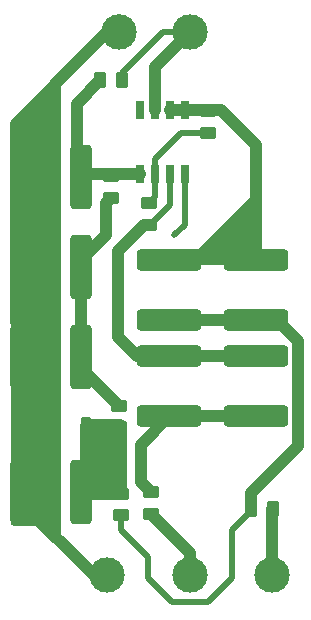
<source format=gbr>
%TF.GenerationSoftware,KiCad,Pcbnew,8.0.6*%
%TF.CreationDate,2024-11-12T22:00:55+00:00*%
%TF.ProjectId,AliceMini,416c6963-654d-4696-9e69-2e6b69636164,rev?*%
%TF.SameCoordinates,Original*%
%TF.FileFunction,Copper,L1,Top*%
%TF.FilePolarity,Positive*%
%FSLAX46Y46*%
G04 Gerber Fmt 4.6, Leading zero omitted, Abs format (unit mm)*
G04 Created by KiCad (PCBNEW 8.0.6) date 2024-11-12 22:00:55*
%MOMM*%
%LPD*%
G01*
G04 APERTURE LIST*
G04 Aperture macros list*
%AMRoundRect*
0 Rectangle with rounded corners*
0 $1 Rounding radius*
0 $2 $3 $4 $5 $6 $7 $8 $9 X,Y pos of 4 corners*
0 Add a 4 corners polygon primitive as box body*
4,1,4,$2,$3,$4,$5,$6,$7,$8,$9,$2,$3,0*
0 Add four circle primitives for the rounded corners*
1,1,$1+$1,$2,$3*
1,1,$1+$1,$4,$5*
1,1,$1+$1,$6,$7*
1,1,$1+$1,$8,$9*
0 Add four rect primitives between the rounded corners*
20,1,$1+$1,$2,$3,$4,$5,0*
20,1,$1+$1,$4,$5,$6,$7,0*
20,1,$1+$1,$6,$7,$8,$9,0*
20,1,$1+$1,$8,$9,$2,$3,0*%
G04 Aperture macros list end*
%TA.AperFunction,SMDPad,CuDef*%
%ADD10RoundRect,0.250000X0.262500X0.450000X-0.262500X0.450000X-0.262500X-0.450000X0.262500X-0.450000X0*%
%TD*%
%TA.AperFunction,SMDPad,CuDef*%
%ADD11RoundRect,0.250000X0.450000X-0.262500X0.450000X0.262500X-0.450000X0.262500X-0.450000X-0.262500X0*%
%TD*%
%TA.AperFunction,SMDPad,CuDef*%
%ADD12RoundRect,0.250000X-2.450000X0.650000X-2.450000X-0.650000X2.450000X-0.650000X2.450000X0.650000X0*%
%TD*%
%TA.AperFunction,SMDPad,CuDef*%
%ADD13RoundRect,0.250000X-0.450000X0.262500X-0.450000X-0.262500X0.450000X-0.262500X0.450000X0.262500X0*%
%TD*%
%TA.AperFunction,SMDPad,CuDef*%
%ADD14RoundRect,0.250000X0.650000X2.450000X-0.650000X2.450000X-0.650000X-2.450000X0.650000X-2.450000X0*%
%TD*%
%TA.AperFunction,ComponentPad*%
%ADD15C,3.000000*%
%TD*%
%TA.AperFunction,SMDPad,CuDef*%
%ADD16RoundRect,0.250000X-0.262500X-0.450000X0.262500X-0.450000X0.262500X0.450000X-0.262500X0.450000X0*%
%TD*%
%TA.AperFunction,SMDPad,CuDef*%
%ADD17R,0.650000X1.528000*%
%TD*%
%TA.AperFunction,SMDPad,CuDef*%
%ADD18RoundRect,0.225000X0.225000X0.375000X-0.225000X0.375000X-0.225000X-0.375000X0.225000X-0.375000X0*%
%TD*%
%TA.AperFunction,ViaPad*%
%ADD19C,0.500000*%
%TD*%
%TA.AperFunction,Conductor*%
%ADD20C,1.000000*%
%TD*%
%TA.AperFunction,Conductor*%
%ADD21C,0.500000*%
%TD*%
G04 APERTURE END LIST*
D10*
%TO.P,R5,1*%
%TO.N,Net-(IC1-+IN_B)*%
X106442500Y-109520000D03*
%TO.P,R5,2*%
%TO.N,GND*%
X104617500Y-109520000D03*
%TD*%
D11*
%TO.P,R2,1*%
%TO.N,Net-(IC1--IN_B)*%
X117528000Y-111544500D03*
%TO.P,R2,2*%
%TO.N,Net-(IC1--IN_A)*%
X117528000Y-109719500D03*
%TD*%
D12*
%TO.P,C4,1*%
%TO.N,Net-(IC1--IN_A)*%
X121592000Y-122306000D03*
%TO.P,C4,2*%
%TO.N,Net-(C4-Pad2)*%
X121592000Y-127406000D03*
%TD*%
D13*
%TO.P,R10,1*%
%TO.N,Net-(C6-Pad2)*%
X112702000Y-141977500D03*
%TO.P,R10,2*%
%TO.N,Net-(H3-Pad1)*%
X112702000Y-143802500D03*
%TD*%
D14*
%TO.P,C8,1*%
%TO.N,Net-(D1-K)*%
X106820000Y-141905000D03*
%TO.P,C8,2*%
%TO.N,GND*%
X101720000Y-141905000D03*
%TD*%
D15*
%TO.P,H3,1,1*%
%TO.N,Net-(H3-Pad1)*%
X116000000Y-149000000D03*
%TD*%
%TO.P,H2,1,1*%
%TO.N,GND*%
X110000000Y-103000000D03*
%TD*%
D12*
%TO.P,C7,1*%
%TO.N,Net-(IC1-OUT_B)*%
X114226000Y-130434000D03*
%TO.P,C7,2*%
%TO.N,Net-(C6-Pad2)*%
X114226000Y-135534000D03*
%TD*%
D13*
%TO.P,R6,1*%
%TO.N,Net-(IC1-V+)*%
X109985000Y-134642500D03*
%TO.P,R6,2*%
%TO.N,Net-(D1-K)*%
X109985000Y-136467500D03*
%TD*%
D10*
%TO.P,R1,1*%
%TO.N,Net-(IC1-+IN_A)*%
X110262500Y-107076000D03*
%TO.P,R1,2*%
%TO.N,Net-(IC1-+IN_B)*%
X108437500Y-107076000D03*
%TD*%
D15*
%TO.P,H4,1,1*%
%TO.N,Net-(H4-Pad1)*%
X123000000Y-149000000D03*
%TD*%
D14*
%TO.P,C2,1*%
%TO.N,Net-(IC1-V+)*%
X106820000Y-122855000D03*
%TO.P,C2,2*%
%TO.N,GND*%
X101720000Y-122855000D03*
%TD*%
D11*
%TO.P,R4,1*%
%TO.N,Net-(IC1-V+)*%
X109350000Y-117036500D03*
%TO.P,R4,2*%
%TO.N,Net-(IC1-+IN_B)*%
X109350000Y-115211500D03*
%TD*%
D13*
%TO.P,R3,1*%
%TO.N,Net-(IC1--IN_B)*%
X112525000Y-117497500D03*
%TO.P,R3,2*%
%TO.N,Net-(IC1-OUT_B)*%
X112525000Y-119322500D03*
%TD*%
D12*
%TO.P,C5,1*%
%TO.N,Net-(IC1--IN_A)*%
X114226000Y-122306000D03*
%TO.P,C5,2*%
%TO.N,Net-(C4-Pad2)*%
X114226000Y-127406000D03*
%TD*%
D15*
%TO.P,H1,1,1*%
%TO.N,Net-(IC1-+IN_A)*%
X116000000Y-103000000D03*
%TD*%
D12*
%TO.P,C6,1*%
%TO.N,Net-(IC1-OUT_B)*%
X121592000Y-130434000D03*
%TO.P,C6,2*%
%TO.N,Net-(C6-Pad2)*%
X121592000Y-135534000D03*
%TD*%
D16*
%TO.P,R9,1*%
%TO.N,Net-(C4-Pad2)*%
X121187500Y-143398000D03*
%TO.P,R9,2*%
%TO.N,Net-(H4-Pad1)*%
X123012500Y-143398000D03*
%TD*%
D11*
%TO.P,R7,1*%
%TO.N,Net-(C4-Pad2)*%
X110162000Y-143906000D03*
%TO.P,R7,2*%
%TO.N,Net-(D1-K)*%
X110162000Y-142081000D03*
%TD*%
D14*
%TO.P,C1,1*%
%TO.N,Net-(IC1-+IN_B)*%
X106820000Y-115235000D03*
%TO.P,C1,2*%
%TO.N,GND*%
X101720000Y-115235000D03*
%TD*%
D15*
%TO.P,H5,1,1*%
%TO.N,GND*%
X109000000Y-149000000D03*
%TD*%
D14*
%TO.P,C3,1*%
%TO.N,Net-(IC1-V+)*%
X106820000Y-130475000D03*
%TO.P,C3,2*%
%TO.N,GND*%
X101720000Y-130475000D03*
%TD*%
D17*
%TO.P,IC1,1,OUT_A*%
%TO.N,Net-(IC1--IN_A)*%
X115573000Y-109603000D03*
%TO.P,IC1,2,-IN_A*%
X114303000Y-109603000D03*
%TO.P,IC1,3,+IN_A*%
%TO.N,Net-(IC1-+IN_A)*%
X113033000Y-109603000D03*
%TO.P,IC1,4,V-*%
%TO.N,GND*%
X111763000Y-109603000D03*
%TO.P,IC1,5,+IN_B*%
%TO.N,Net-(IC1-+IN_B)*%
X111763000Y-115025000D03*
%TO.P,IC1,6,-IN_B*%
%TO.N,Net-(IC1--IN_B)*%
X113033000Y-115025000D03*
%TO.P,IC1,7,OUT_B*%
%TO.N,Net-(IC1-OUT_B)*%
X114303000Y-115025000D03*
%TO.P,IC1,8,V+*%
%TO.N,Net-(IC1-V+)*%
X115573000Y-115025000D03*
%TD*%
D18*
%TO.P,D1,1,K*%
%TO.N,Net-(D1-K)*%
X107190000Y-136190000D03*
%TO.P,D1,2,A*%
%TO.N,GND*%
X103890000Y-136190000D03*
%TD*%
D10*
%TO.P,R8,1*%
%TO.N,Net-(C6-Pad2)*%
X111836500Y-139842000D03*
%TO.P,R8,2*%
%TO.N,Net-(D1-K)*%
X110011500Y-139842000D03*
%TD*%
D19*
%TO.N,GND*%
X111763000Y-109603000D03*
%TO.N,Net-(IC1-V+)*%
X108892000Y-120188000D03*
X114684000Y-120188000D03*
%TD*%
D20*
%TO.N,GND*%
X104617500Y-109520000D02*
X104617500Y-107382500D01*
X109000000Y-149000000D02*
X107890000Y-149000000D01*
X104617500Y-107382500D02*
X110000000Y-102000000D01*
X107890000Y-149000000D02*
X101720000Y-142830000D01*
%TO.N,Net-(IC1-+IN_B)*%
X106442500Y-109520000D02*
X106442500Y-114857500D01*
X111763000Y-115025000D02*
X107030000Y-115025000D01*
X107030000Y-115025000D02*
X106820000Y-115235000D01*
X106442500Y-109071000D02*
X108437500Y-107076000D01*
X106442500Y-114857500D02*
X106820000Y-115235000D01*
X106442500Y-109520000D02*
X106442500Y-109071000D01*
%TO.N,Net-(IC1-V+)*%
X108892000Y-120188000D02*
X108892000Y-117494500D01*
D21*
X106820000Y-122855000D02*
X106820000Y-121852500D01*
D20*
X106820000Y-131477500D02*
X109985000Y-134642500D01*
D21*
X115573000Y-119299000D02*
X115573000Y-115025000D01*
D20*
X106820000Y-130475000D02*
X106820000Y-131477500D01*
X106820000Y-122260000D02*
X108892000Y-120188000D01*
X106820000Y-122855000D02*
X106820000Y-122260000D01*
X106820000Y-130475000D02*
X106820000Y-122855000D01*
D21*
X114684000Y-120188000D02*
X115573000Y-119299000D01*
D20*
X108892000Y-117494500D02*
X109350000Y-117036500D01*
D21*
%TO.N,Net-(C4-Pad2)*%
X112448000Y-149240000D02*
X114480000Y-151272000D01*
D20*
X121592000Y-127406000D02*
X123380000Y-127406000D01*
D21*
X117528000Y-151272000D02*
X119560000Y-149240000D01*
X112448000Y-147462000D02*
X112448000Y-149240000D01*
X119560000Y-145176000D02*
X121187500Y-143548500D01*
X121187500Y-143548500D02*
X121187500Y-143398000D01*
D20*
X121187500Y-142024500D02*
X121187500Y-143398000D01*
X125148000Y-138064000D02*
X121187500Y-142024500D01*
D21*
X119560000Y-149240000D02*
X119560000Y-145176000D01*
X110162000Y-143906000D02*
X110162000Y-145176000D01*
D20*
X114226000Y-127406000D02*
X121592000Y-127406000D01*
D21*
X110162000Y-145176000D02*
X112448000Y-147462000D01*
D20*
X123380000Y-127406000D02*
X125148000Y-129174000D01*
X125148000Y-129174000D02*
X125148000Y-138064000D01*
D21*
X114480000Y-151272000D02*
X117528000Y-151272000D01*
%TO.N,Net-(IC1-OUT_B)*%
X112525000Y-119322500D02*
X112647500Y-119322500D01*
D20*
X109908000Y-121554000D02*
X112139500Y-119322500D01*
X121592000Y-130444000D02*
X121582000Y-130434000D01*
X121592000Y-130434000D02*
X121592000Y-130444000D01*
X112139500Y-119322500D02*
X112525000Y-119322500D01*
X111526000Y-130434000D02*
X109908000Y-128816000D01*
X114226000Y-130434000D02*
X111526000Y-130434000D01*
X121582000Y-130434000D02*
X114226000Y-130434000D01*
D21*
X114303000Y-117667000D02*
X114303000Y-115025000D01*
X112647500Y-119322500D02*
X114303000Y-117667000D01*
D20*
X109908000Y-128816000D02*
X109908000Y-121554000D01*
%TO.N,Net-(C6-Pad2)*%
X111836500Y-139842000D02*
X111836500Y-141112000D01*
X111836500Y-141112000D02*
X112702000Y-141977500D01*
X111836500Y-139842000D02*
X111836500Y-137923500D01*
X111836500Y-137923500D02*
X114226000Y-135534000D01*
X114226000Y-135534000D02*
X121592000Y-135534000D01*
%TO.N,Net-(IC1--IN_A)*%
X118621215Y-109603000D02*
X121592000Y-112573785D01*
X121592000Y-112573785D02*
X121592000Y-122306000D01*
X114303000Y-109603000D02*
X118621215Y-109603000D01*
X114642000Y-122200000D02*
X121592000Y-122200000D01*
%TO.N,Net-(IC1-+IN_A)*%
X113033000Y-105967000D02*
X116000000Y-103000000D01*
X113033000Y-109603000D02*
X113033000Y-105967000D01*
D21*
X110262500Y-106467500D02*
X113730000Y-103000000D01*
X110262500Y-107076000D02*
X110262500Y-106467500D01*
X113730000Y-103000000D02*
X116000000Y-103000000D01*
D20*
%TO.N,Net-(H3-Pad1)*%
X116000000Y-149000000D02*
X116000000Y-147100500D01*
X116000000Y-147100500D02*
X112852500Y-143953000D01*
%TO.N,Net-(H4-Pad1)*%
X123000000Y-143410500D02*
X123012500Y-143398000D01*
X123000000Y-149000000D02*
X123000000Y-143410500D01*
D21*
%TO.N,Net-(IC1--IN_B)*%
X113033000Y-115025000D02*
X113033000Y-113761000D01*
X113033000Y-113761000D02*
X115249500Y-111544500D01*
X115249500Y-111544500D02*
X117528000Y-111544500D01*
X112525000Y-117497500D02*
X113033000Y-116989500D01*
X113033000Y-116989500D02*
X113033000Y-115025000D01*
%TD*%
%TA.AperFunction,Conductor*%
%TO.N,Net-(D1-K)*%
G36*
X110176826Y-135780294D02*
G01*
X110198162Y-135783053D01*
X110282192Y-135793921D01*
X110313518Y-135802245D01*
X110404165Y-135839593D01*
X110432265Y-135855754D01*
X110510127Y-135915321D01*
X110533079Y-135938216D01*
X110592838Y-136015928D01*
X110609071Y-136043991D01*
X110646642Y-136134534D01*
X110655046Y-136165845D01*
X110668936Y-136271180D01*
X110670000Y-136287391D01*
X110670000Y-142129128D01*
X110668942Y-142145288D01*
X110655139Y-142250296D01*
X110646787Y-142281518D01*
X110609448Y-142371820D01*
X110593313Y-142399821D01*
X110533902Y-142477416D01*
X110511076Y-142500299D01*
X110433633Y-142559902D01*
X110405670Y-142576108D01*
X110315461Y-142613671D01*
X110284263Y-142622101D01*
X110179292Y-142636166D01*
X110163133Y-142637264D01*
X109314151Y-142639381D01*
X107211960Y-142644624D01*
X107195752Y-142643601D01*
X107090390Y-142629975D01*
X107059056Y-142621649D01*
X106968417Y-142584304D01*
X106940311Y-142568139D01*
X106862452Y-142508575D01*
X106839499Y-142485679D01*
X106779740Y-142407967D01*
X106763508Y-142379907D01*
X106725934Y-142289356D01*
X106717533Y-142258053D01*
X106703643Y-142152714D01*
X106702579Y-142136504D01*
X106702579Y-136294767D01*
X106703636Y-136278608D01*
X106717438Y-136173600D01*
X106725791Y-136142377D01*
X106763130Y-136052075D01*
X106779265Y-136024074D01*
X106838676Y-135946479D01*
X106861499Y-135923598D01*
X106938945Y-135863992D01*
X106966904Y-135847789D01*
X107057119Y-135810223D01*
X107088312Y-135801794D01*
X107193301Y-135787727D01*
X107209433Y-135786631D01*
X107614318Y-135785621D01*
X108058426Y-135784513D01*
X110160617Y-135779270D01*
X110176826Y-135780294D01*
G37*
%TD.AperFunction*%
%TD*%
%TA.AperFunction,Conductor*%
%TO.N,GND*%
G36*
X104900172Y-106539959D02*
G01*
X104949001Y-106549681D01*
X104993704Y-106568209D01*
X105035090Y-106595877D01*
X105069297Y-106630103D01*
X105096945Y-106671511D01*
X105115446Y-106716224D01*
X105127563Y-106777272D01*
X105129936Y-106801467D01*
X105112651Y-146287110D01*
X105110248Y-146311349D01*
X105098034Y-146372486D01*
X105079430Y-146417248D01*
X105051658Y-146458669D01*
X105017309Y-146492881D01*
X104975776Y-146520489D01*
X104930939Y-146538915D01*
X104882000Y-146548489D01*
X104833523Y-146548317D01*
X104787211Y-146538915D01*
X104784650Y-146538395D01*
X104739945Y-146519650D01*
X104688267Y-146484766D01*
X104669515Y-146469222D01*
X104659069Y-146458669D01*
X103067759Y-144851008D01*
X103067758Y-144851007D01*
X102992989Y-144775470D01*
X102886706Y-144775693D01*
X102886705Y-144775693D01*
X102886703Y-144775692D01*
X101104565Y-144779439D01*
X101080348Y-144777103D01*
X101019242Y-144765071D01*
X100974473Y-144746620D01*
X100933005Y-144719007D01*
X100898719Y-144684818D01*
X100870990Y-144643432D01*
X100852410Y-144598714D01*
X100840203Y-144537636D01*
X100837799Y-144513442D01*
X100812299Y-110611207D01*
X100814668Y-110586993D01*
X100826785Y-110525897D01*
X100845301Y-110481149D01*
X100879898Y-110429349D01*
X100895324Y-110410549D01*
X104687702Y-106618171D01*
X104706485Y-106602756D01*
X104758248Y-106568171D01*
X104802953Y-106549659D01*
X104851783Y-106539952D01*
X104900172Y-106539959D01*
G37*
%TD.AperFunction*%
%TD*%
%TA.AperFunction,Conductor*%
%TO.N,Net-(IC1--IN_A)*%
G36*
X121511334Y-116657180D02*
G01*
X121567267Y-116699052D01*
X121591684Y-116764516D01*
X121592000Y-116773362D01*
X121592000Y-122192000D01*
X121572315Y-122259039D01*
X121519511Y-122304794D01*
X121468000Y-122316000D01*
X116049362Y-122316000D01*
X115982323Y-122296315D01*
X115936568Y-122243511D01*
X115926624Y-122174353D01*
X115955649Y-122110797D01*
X115961681Y-122104319D01*
X121380319Y-116685681D01*
X121441642Y-116652196D01*
X121511334Y-116657180D01*
G37*
%TD.AperFunction*%
%TD*%
M02*

</source>
